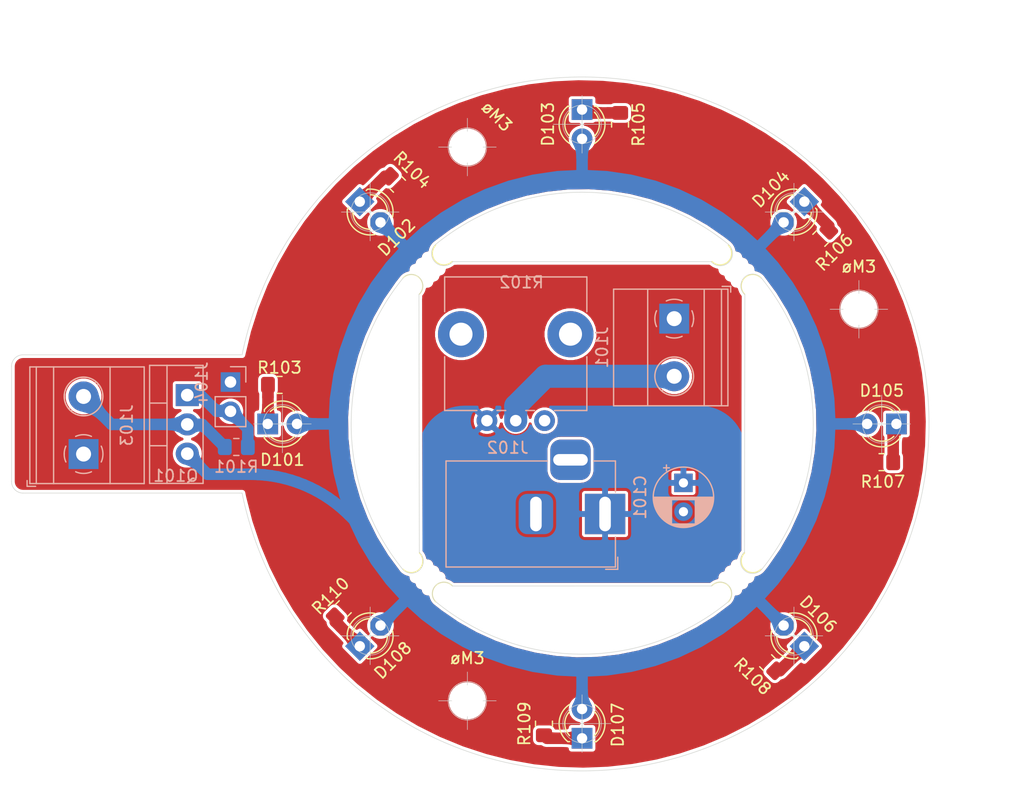
<source format=kicad_pcb>
(kicad_pcb (version 20171130) (host pcbnew 5.1.12)
  (layers (0 F.Cu signal) (31 B.Cu signal) (34 B.Paste user) (35 F.Paste user) (36 B.SilkS user) (37 F.SilkS user) (38 B.Mask user) (39 F.Mask user) (44 Edge.Cuts user))
  (net 0 "")
  (net 1 GND)
  (net 2 VDD)
  (net 3 "Net-(D101-Pad1)")
  (net 4 "Net-(D102-Pad1)")
  (net 5 "Net-(D103-Pad1)")
  (net 6 "Net-(D104-Pad1)")
  (net 7 "Net-(D105-Pad1)")
  (net 8 "Net-(D106-Pad1)")
  (net 9 "Net-(D107-Pad1)")
  (net 10 "Net-(D108-Pad1)")
  (net 11 /V_LED)
  (net 12 /ENABLE)
  (net 13 "Net-(R102-Pad3)")
  (net 14 /LED_BUS)
  (module Panelization:mouse-bite-2mm-slot (layer F.Cu) (at 252.1 136.3 225)
    (fp_text reference mouse-bite-2mm-slot hide)
    (fp_text value VAL** hide)
    (pad "" np_thru_hole circle (at 0 -0.75 225) (size 0.5 0.5) (drill 0.5) (layers *.Cu *.Mask))
    (pad "" np_thru_hole circle (at 0 0.75 225) (size 0.5 0.5) (drill 0.5) (layers *.Cu *.Mask))
    (pad "" np_thru_hole circle (at 0.75 -0.75 225) (size 0.5 0.5) (drill 0.5) (layers *.Cu *.Mask))
    (pad "" np_thru_hole circle (at -0.75 -0.75 225) (size 0.5 0.5) (drill 0.5) (layers *.Cu *.Mask))
    (pad "" np_thru_hole circle (at -0.75 0.75 225) (size 0.5 0.5) (drill 0.5) (layers *.Cu *.Mask))
    (pad "" np_thru_hole circle (at 0.75 0.75 225) (size 0.5 0.5) (drill 0.5) (layers *.Cu *.Mask))
  )
  (module Panelization:mouse-bite-2mm-slot (layer F.Cu) (at 225.3 109.6 225)
    (fp_text reference mouse-bite-2mm-slot hide)
    (fp_text value VAL** hide)
    (pad "" np_thru_hole circle (at 0.75 0.75 225) (size 0.5 0.5) (drill 0.5) (layers *.Cu *.Mask))
    (pad "" np_thru_hole circle (at -0.75 0.75 225) (size 0.5 0.5) (drill 0.5) (layers *.Cu *.Mask))
    (pad "" np_thru_hole circle (at -0.75 -0.75 225) (size 0.5 0.5) (drill 0.5) (layers *.Cu *.Mask))
    (pad "" np_thru_hole circle (at 0.75 -0.75 225) (size 0.5 0.5) (drill 0.5) (layers *.Cu *.Mask))
    (pad "" np_thru_hole circle (at 0 0.75 225) (size 0.5 0.5) (drill 0.5) (layers *.Cu *.Mask))
    (pad "" np_thru_hole circle (at 0 -0.75 225) (size 0.5 0.5) (drill 0.5) (layers *.Cu *.Mask))
  )
  (module Panelization:mouse-bite-2mm-slot (layer F.Cu) (at 225.3 136.3 315)
    (fp_text reference mouse-bite-2mm-slot hide)
    (fp_text value VAL** hide)
    (pad "" np_thru_hole circle (at 0 -0.75 315) (size 0.5 0.5) (drill 0.5) (layers *.Cu *.Mask))
    (pad "" np_thru_hole circle (at 0 0.75 315) (size 0.5 0.5) (drill 0.5) (layers *.Cu *.Mask))
    (pad "" np_thru_hole circle (at 0.75 -0.75 315) (size 0.5 0.5) (drill 0.5) (layers *.Cu *.Mask))
    (pad "" np_thru_hole circle (at -0.75 -0.75 315) (size 0.5 0.5) (drill 0.5) (layers *.Cu *.Mask))
    (pad "" np_thru_hole circle (at -0.75 0.75 315) (size 0.5 0.5) (drill 0.5) (layers *.Cu *.Mask))
    (pad "" np_thru_hole circle (at 0.75 0.75 315) (size 0.5 0.5) (drill 0.5) (layers *.Cu *.Mask))
  )
  (module Panelization:mouse-bite-2mm-slot (layer F.Cu) (at 252.1 109.6 135)
    (fp_text reference mouse-bite-2mm-slot hide)
    (fp_text value VAL** hide)
    (pad "" np_thru_hole circle (at 0.75 0.75 135) (size 0.5 0.5) (drill 0.5) (layers *.Cu *.Mask))
    (pad "" np_thru_hole circle (at -0.75 0.75 135) (size 0.5 0.5) (drill 0.5) (layers *.Cu *.Mask))
    (pad "" np_thru_hole circle (at -0.75 -0.75 135) (size 0.5 0.5) (drill 0.5) (layers *.Cu *.Mask))
    (pad "" np_thru_hole circle (at 0.75 -0.75 135) (size 0.5 0.5) (drill 0.5) (layers *.Cu *.Mask))
    (pad "" np_thru_hole circle (at 0 0.75 135) (size 0.5 0.5) (drill 0.5) (layers *.Cu *.Mask))
    (pad "" np_thru_hole circle (at 0 -0.75 135) (size 0.5 0.5) (drill 0.5) (layers *.Cu *.Mask))
  )
  (module Package_TO_SOT_THT:TO-220-3_Vertical (layer B.Cu) (at 204.45 120.485668 270)
    (fp_text reference Q101 (at 7 1 180) (layer B.SilkS) (effects (justify mirror)))
    (fp_text value Q_NMOS_GDS)
    (pad 3 thru_hole oval (at 5.08 0 270) (size 1.905 2) (drill 1.1) (layers *.Cu *.Mask) (net 14 /LED_BUS))
    (pad 2 thru_hole oval (at 2.54 0 270) (size 1.905 2) (drill 1.1) (layers *.Cu *.Mask) (net 11 /V_LED))
    (pad 1 thru_hole rect (at 0 0 270) (size 1.905 2) (drill 1.1) (layers *.Cu *.Mask) (net 12 /ENABLE))
  )
  (module Potentiometer_THT:Potentiometer_Alps_RK09L_Single_Vertical (layer B.Cu) (at 230.45 122.7 90)
    (fp_text reference R102 (at 12 3 180) (layer B.SilkS) (effects (justify mirror)))
    (fp_text value 10k)
    (pad 3 thru_hole circle (at 0 5 90) (size 1.8 1.8) (drill 1) (layers *.Cu *.Mask) (net 13 "Net-(R102-Pad3)"))
    (pad 2 thru_hole circle (at 0 2.5 90) (size 1.8 1.8) (drill 1) (layers *.Cu *.Mask) (net 11 /V_LED))
    (pad 1 thru_hole circle (at 0 0 90) (size 1.8 1.8) (drill 1) (layers *.Cu *.Mask) (net 2 VDD))
    (pad "" np_thru_hole circle (at 7.5 7.25 90) (size 4 4) (drill 2) (layers *.Cu *.Mask))
    (pad "" np_thru_hole circle (at 7.5 -2.25 90) (size 4 4) (drill 2) (layers *.Cu *.Mask))
  )
  (module Resistor_SMD:R_0805_2012Metric_Pad1.20x1.40mm_HandSolder (layer F.Cu) (at 217.992893 139.007107 225)
    (fp_text reference R110 (at 0 1.555635 45) (layer F.SilkS))
    (fp_text value 100)
    (pad 2 smd roundrect (at 1 0 225) (size 1.2 1.4) (layers F.Cu F.Paste F.Mask) (roundrect_rratio 0.208333) (net 10 "Net-(D108-Pad1)"))
    (pad 1 smd roundrect (at -1 0 225) (size 1.2 1.4) (layers F.Cu F.Paste F.Mask) (roundrect_rratio 0.208333) (net 1 GND))
  )
  (module Resistor_SMD:R_0805_2012Metric_Pad1.20x1.40mm_HandSolder (layer F.Cu) (at 235.4 149 270)
    (fp_text reference R109 (at 0 1.7 90) (layer F.SilkS))
    (fp_text value 100)
    (pad 2 smd roundrect (at 1 0 270) (size 1.2 1.4) (layers F.Cu F.Paste F.Mask) (roundrect_rratio 0.208333) (net 9 "Net-(D107-Pad1)"))
    (pad 1 smd roundrect (at -1 0 270) (size 1.2 1.4) (layers F.Cu F.Paste F.Mask) (roundrect_rratio 0.208333) (net 1 GND))
  )
  (module Resistor_SMD:R_0805_2012Metric_Pad1.20x1.40mm_HandSolder (layer F.Cu) (at 254.792893 143.692893 315)
    (fp_text reference R108 (at -0.070711 1.767767 135) (layer F.SilkS))
    (fp_text value 100)
    (pad 2 smd roundrect (at 1 0 315) (size 1.2 1.4) (layers F.Cu F.Paste F.Mask) (roundrect_rratio 0.208333) (net 8 "Net-(D106-Pad1)"))
    (pad 1 smd roundrect (at -1 0 315) (size 1.2 1.4) (layers F.Cu F.Paste F.Mask) (roundrect_rratio 0.208333) (net 1 GND))
  )
  (module Resistor_SMD:R_0805_2012Metric_Pad1.20x1.40mm_HandSolder (layer F.Cu) (at 264.7 126.3)
    (fp_text reference R107 (at 0.1 1.7) (layer F.SilkS))
    (fp_text value 100)
    (pad 2 smd roundrect (at 1 0) (size 1.2 1.4) (layers F.Cu F.Paste F.Mask) (roundrect_rratio 0.208333) (net 7 "Net-(D105-Pad1)"))
    (pad 1 smd roundrect (at -1 0) (size 1.2 1.4) (layers F.Cu F.Paste F.Mask) (roundrect_rratio 0.208333) (net 1 GND))
  )
  (module Resistor_SMD:R_0805_2012Metric_Pad1.20x1.40mm_HandSolder (layer F.Cu) (at 259.407107 106.892893 45)
    (fp_text reference R106 (at -0.010051 1.697056 45) (layer F.SilkS))
    (fp_text value 100)
    (pad 2 smd roundrect (at 1 0 45) (size 1.2 1.4) (layers F.Cu F.Paste F.Mask) (roundrect_rratio 0.208333) (net 6 "Net-(D104-Pad1)"))
    (pad 1 smd roundrect (at -1 0 45) (size 1.2 1.4) (layers F.Cu F.Paste F.Mask) (roundrect_rratio 0.208333) (net 1 GND))
  )
  (module Resistor_SMD:R_0805_2012Metric_Pad1.20x1.40mm_HandSolder (layer F.Cu) (at 242 97 90)
    (fp_text reference R105 (at 0 1.6 90) (layer F.SilkS))
    (fp_text value 100)
    (pad 2 smd roundrect (at 1 0 90) (size 1.2 1.4) (layers F.Cu F.Paste F.Mask) (roundrect_rratio 0.208333) (net 5 "Net-(D103-Pad1)"))
    (pad 1 smd roundrect (at -1 0 90) (size 1.2 1.4) (layers F.Cu F.Paste F.Mask) (roundrect_rratio 0.208333) (net 1 GND))
  )
  (module Resistor_SMD:R_0805_2012Metric_Pad1.20x1.40mm_HandSolder (layer F.Cu) (at 222.7 102.2 135)
    (fp_text reference R104 (at 0 1.767767 135) (layer F.SilkS))
    (fp_text value 100)
    (pad 2 smd roundrect (at 1 0 135) (size 1.2 1.4) (layers F.Cu F.Paste F.Mask) (roundrect_rratio 0.208333) (net 4 "Net-(D102-Pad1)"))
    (pad 1 smd roundrect (at -1 0 135) (size 1.2 1.4) (layers F.Cu F.Paste F.Mask) (roundrect_rratio 0.208333) (net 1 GND))
  )
  (module Resistor_SMD:R_0805_2012Metric_Pad1.20x1.40mm_HandSolder (layer F.Cu) (at 212.45 119.6 180)
    (fp_text reference R103 (at 0 1.5) (layer F.SilkS))
    (fp_text value 100)
    (pad 2 smd roundrect (at 1 0 180) (size 1.2 1.4) (layers F.Cu F.Paste F.Mask) (roundrect_rratio 0.208333) (net 3 "Net-(D101-Pad1)"))
    (pad 1 smd roundrect (at -1 0 180) (size 1.2 1.4) (layers F.Cu F.Paste F.Mask) (roundrect_rratio 0.208333) (net 1 GND))
  )
  (module Resistor_SMD:R_0805_2012Metric_Pad1.20x1.40mm_HandSolder (layer B.Cu) (at 208.703941 124.985668)
    (fp_text reference R101 (at -0.003941 1.714332 180) (layer B.SilkS) (effects (justify mirror)))
    (fp_text value 10k)
    (pad 2 smd roundrect (at 1 0) (size 1.2 1.4) (layers B.Cu B.Paste B.Mask) (roundrect_rratio 0.208333) (net 12 /ENABLE))
    (pad 1 smd roundrect (at -1 0) (size 1.2 1.4) (layers B.Cu B.Paste B.Mask) (roundrect_rratio 0.208333) (net 11 /V_LED))
  )
  (module Connector_PinHeader_2.54mm:PinHeader_1x02_P2.54mm_Vertical (layer B.Cu) (at 208.2 119.35 180)
    (fp_text reference J104 (at 2.5 -0.04 90) (layer B.SilkS) (effects (justify mirror)))
    (fp_text value ENABLE)
    (pad 2 thru_hole oval (at 0 -2.54 180) (size 1.7 1.7) (drill 1) (layers *.Cu *.Mask) (net 12 /ENABLE))
    (pad 1 thru_hole rect (at 0 0 180) (size 1.7 1.7) (drill 1) (layers *.Cu *.Mask) (net 1 GND))
  )
  (module TerminalBlock_Phoenix:TerminalBlock_Phoenix_MKDS-1,5-2_1x02_P5.00mm_Horizontal (layer B.Cu) (at 195.45 125.6 90)
    (fp_text reference J103 (at 2.5 3.75 270) (layer B.SilkS) (effects (justify mirror)))
    (fp_text value RING_V_LED)
    (pad 2 thru_hole circle (at 5 0 90) (size 2.6 2.6) (drill 1.3) (layers *.Cu *.Mask) (net 11 /V_LED))
    (pad 1 thru_hole rect (at 0 0 90) (size 2.6 2.6) (drill 1.3) (layers *.Cu *.Mask) (net 1 GND))
  )
  (module TerminalBlock_Phoenix:TerminalBlock_Phoenix_MKDS-1,5-2_1x02_P5.00mm_Horizontal (layer B.Cu) (at 246.7 113.85 270)
    (fp_text reference J101 (at 2.5 6.26 270) (layer B.SilkS) (effects (justify mirror)))
    (fp_text value CTRL_V_LED)
    (pad 1 thru_hole rect (at 0 0 270) (size 2.6 2.6) (drill 1.3) (layers *.Cu *.Mask) (net 1 GND))
    (pad 2 thru_hole circle (at 5 0 270) (size 2.6 2.6) (drill 1.3) (layers *.Cu *.Mask) (net 11 /V_LED))
  )
  (module MountingHole:MountingHole_2.7mm_M2.5 (layer F.Cu) (at 228.754172 147.006536)
    (fp_text reference øM3 (at 0 -3.7) (layer F.SilkS))
    (fp_text value MountingHole)
    (pad 1 np_thru_hole circle (at 0 0) (size 2.7 2.7) (drill 2.7) (layers *.Cu *.Mask))
  )
  (module MountingHole:MountingHole_2.7mm_M2.5 (layer F.Cu) (at 262.724809 113.035899)
    (fp_text reference øM3 (at 0 -3.7) (layer F.SilkS))
    (fp_text value MountingHole)
    (pad 1 np_thru_hole circle (at 0 0) (size 2.7 2.7) (drill 2.7) (layers *.Cu *.Mask))
  )
  (module MountingHole:MountingHole_2.7mm_M2.5 (layer F.Cu) (at 228.754172 98.9648)
    (fp_text reference øM3 (at 2.545828 -2.6648 -45) (layer F.SilkS))
    (fp_text value MountingHole)
    (pad 1 np_thru_hole circle (at 0 0) (size 2.7 2.7) (drill 2.7) (layers *.Cu *.Mask))
  )
  (module LED_THT:LED_D3.0mm_Clear (layer F.Cu) (at 219.417604 142.272005 45)
    (fp_text reference D108 (at 1.169838 2.906485 225) (layer F.SilkS))
    (fp_text value LED)
    (pad 2 thru_hole circle (at 2.54 0 45) (size 1.8 1.8) (drill 0.9) (layers *.Cu *.Mask) (net 14 /LED_BUS))
    (pad 1 thru_hole rect (at 0 0 45) (size 1.8 1.8) (drill 0.9) (layers *.Cu *.Mask) (net 10 "Net-(D108-Pad1)"))
  )
  (module LED_THT:LED_D3.0mm_Clear (layer F.Cu) (at 238.703941 150.260668 90)
    (fp_text reference D107 (at 1.160668 3.096059 90) (layer F.SilkS))
    (fp_text value LED)
    (pad 2 thru_hole circle (at 2.54 0 90) (size 1.8 1.8) (drill 0.9) (layers *.Cu *.Mask) (net 14 /LED_BUS))
    (pad 1 thru_hole rect (at 0 0 90) (size 1.8 1.8) (drill 0.9) (layers *.Cu *.Mask) (net 9 "Net-(D107-Pad1)"))
  )
  (module LED_THT:LED_D3.0mm_Clear (layer F.Cu) (at 257.990278 142.272005 135)
    (fp_text reference D106 (at 1.104701 2.815506 135) (layer F.SilkS))
    (fp_text value LED)
    (pad 2 thru_hole circle (at 2.54 0 135) (size 1.8 1.8) (drill 0.9) (layers *.Cu *.Mask) (net 14 /LED_BUS))
    (pad 1 thru_hole rect (at 0 0 135) (size 1.8 1.8) (drill 0.9) (layers *.Cu *.Mask) (net 8 "Net-(D106-Pad1)"))
  )
  (module LED_THT:LED_D3.0mm_Clear (layer F.Cu) (at 265.978941 122.985668 180)
    (fp_text reference D105 (at 1.27 2.885668) (layer F.SilkS))
    (fp_text value LED)
    (pad 2 thru_hole circle (at 2.54 0 180) (size 1.8 1.8) (drill 0.9) (layers *.Cu *.Mask) (net 14 /LED_BUS))
    (pad 1 thru_hole rect (at 0 0 180) (size 1.8 1.8) (drill 0.9) (layers *.Cu *.Mask) (net 7 "Net-(D105-Pad1)"))
  )
  (module LED_THT:LED_D3.0mm_Clear (layer F.Cu) (at 257.990278 103.699331 225)
    (fp_text reference D104 (at 1.266391 2.82108 45) (layer F.SilkS))
    (fp_text value LED)
    (pad 2 thru_hole circle (at 2.54 0 225) (size 1.8 1.8) (drill 0.9) (layers *.Cu *.Mask) (net 14 /LED_BUS))
    (pad 1 thru_hole rect (at 0 0 225) (size 1.8 1.8) (drill 0.9) (layers *.Cu *.Mask) (net 6 "Net-(D104-Pad1)"))
  )
  (module LED_THT:LED_D3.0mm_Clear (layer F.Cu) (at 238.703941 95.710668 270)
    (fp_text reference D103 (at 1.27 2.96 90) (layer F.SilkS))
    (fp_text value LED)
    (pad 2 thru_hole circle (at 2.54 0 270) (size 1.8 1.8) (drill 0.9) (layers *.Cu *.Mask) (net 14 /LED_BUS))
    (pad 1 thru_hole rect (at 0 0 270) (size 1.8 1.8) (drill 0.9) (layers *.Cu *.Mask) (net 5 "Net-(D103-Pad1)"))
  )
  (module LED_THT:LED_D3.0mm_Clear (layer F.Cu) (at 219.417604 103.699331 315)
    (fp_text reference D102 (at 4.454773 -0.070711 45) (layer F.SilkS))
    (fp_text value LED)
    (pad 2 thru_hole circle (at 2.54 0 315) (size 1.8 1.8) (drill 0.9) (layers *.Cu *.Mask) (net 14 /LED_BUS))
    (pad 1 thru_hole rect (at 0 0 315) (size 1.8 1.8) (drill 0.9) (layers *.Cu *.Mask) (net 4 "Net-(D102-Pad1)"))
  )
  (module LED_THT:LED_D3.0mm_Clear (layer F.Cu) (at 211.428941 122.985668)
    (fp_text reference D101 (at 1.271059 3.114332) (layer F.SilkS))
    (fp_text value LED)
    (pad 2 thru_hole circle (at 2.54 0) (size 1.8 1.8) (drill 0.9) (layers *.Cu *.Mask) (net 14 /LED_BUS))
    (pad 1 thru_hole rect (at 0 0) (size 1.8 1.8) (drill 0.9) (layers *.Cu *.Mask) (net 3 "Net-(D101-Pad1)"))
  )
  (module Capacitor_THT:CP_Radial_D5.0mm_P2.50mm (layer B.Cu) (at 247.5 128.1 270)
    (fp_text reference C101 (at 1.25 3.75 270) (layer B.SilkS) (effects (justify mirror)))
    (fp_text value 100u)
    (pad 1 thru_hole rect (at 0 0 270) (size 1.6 1.6) (drill 0.8) (layers *.Cu *.Mask) (net 2 VDD))
    (pad 2 thru_hole circle (at 2.5 0 270) (size 1.6 1.6) (drill 0.8) (layers *.Cu *.Mask) (net 1 GND))
  )
  (module Connector_BarrelJack:BarrelJack_Horizontal (layer B.Cu) (at 240.7 130.8)
    (fp_text reference J102 (at -8.45 -5.75) (layer B.SilkS) (effects (justify mirror)))
    (fp_text value Barrel_Jack)
    (pad 3 thru_hole roundrect (at -3 -4.7) (size 3.5 3.5) (drill oval 3 1) (layers *.Cu *.Mask))
    (pad 2 thru_hole roundrect (at -6 0) (size 3 3.5) (drill oval 1 3) (layers *.Cu *.Mask) (net 1 GND))
    (pad 1 thru_hole rect (at 0 0) (size 3.5 3.5) (drill oval 1 3) (layers *.Cu *.Mask) (net 2 VDD))
  )
  (gr_line (start 227.44501 137.048117) (end 249.951234 137.04483) (layer Edge.Cuts) (width 0.05))
  (gr_line (start 224.551883 111.74501) (end 224.581433 134.12122) (layer Edge.Cuts) (width 0.05))
  (gr_line (start 227.5 108.9) (end 227.496252 108.896721) (layer Edge.Cuts) (width 0.05))
  (gr_line (start 249.900001 108.899999) (end 227.5 108.9) (layer Edge.Cuts) (width 0.05))
  (gr_line (start 252.829413 111.766385) (end 252.800001 134.100001) (layer Edge.Cuts) (width 0.05))
  (gr_arc (start 250.7 137.7) (end 251.403185 138.403867) (angle -183.8418461) (layer Edge.Cuts) (width 0.05))
  (gr_arc (start 226.7 137.7) (end 227.44501 137.048117) (angle -183.8141021) (layer Edge.Cuts) (width 0.05))
  (gr_arc (start 223.9 134.9) (end 223.16502 135.62846) (angle -184.0693402) (layer Edge.Cuts) (width 0.05))
  (gr_arc (start 223.9 111) (end 224.551883 111.74501) (angle -183.8141021) (layer Edge.Cuts) (width 0.05))
  (gr_arc (start 226.7 108.2) (end 226.003148 107.403863) (angle -187.6186845) (layer Edge.Cuts) (width 0.05))
  (gr_arc (start 238.703941 122.985668) (end 251.399998 107.400002) (angle -78.34981791) (layer Edge.Cuts) (width 0.05))
  (gr_arc (start 238.703941 122.985668) (end 223.200001 110.300001) (angle -78.42331717) (layer Edge.Cuts) (width 0.05))
  (gr_arc (start 238.703941 122.985668) (end 226.000001 138.399999) (angle -78.97080148) (layer Edge.Cuts) (width 0.05))
  (gr_arc (start 253.5 111) (end 254.265326 110.328204) (angle -187.5377114) (layer Edge.Cuts) (width 0.05))
  (gr_arc (start 238.703941 122.985668) (end 254.350409 135.537807) (angle -77.86233283) (layer Edge.Cuts) (width 0.05))
  (gr_arc (start 253.5 134.9) (end 252.800001 134.100001) (angle -191.9441772) (layer Edge.Cuts) (width 0.05))
  (gr_arc (start 250.7 108.2) (end 249.900001 108.899999) (angle -187.6281497) (layer Edge.Cuts) (width 0.05))
  (gr_line (start 189.2 117.985668) (end 189.2 127.985668) (layer Edge.Cuts) (width 0.05))
  (target plus (at 238.703941 96.985668) (size 5) (width 0.05) (layer Edge.Cuts))
  (target plus (at 228.754172 98.9648) (size 5) (width 0.05) (layer Edge.Cuts))
  (target plus (at 220.319165 104.600892) (size 5) (width 0.05) (layer Edge.Cuts))
  (target plus (at 212.703941 122.985668) (size 5) (width 0.05) (layer Edge.Cuts))
  (target plus (at 220.319165 141.370444) (size 5) (width 0.05) (layer Edge.Cuts))
  (target plus (at 228.754172 147.006536) (size 5) (width 0.05) (layer Edge.Cuts))
  (target plus (at 238.703941 148.985668) (size 5) (width 0.05) (layer Edge.Cuts))
  (target plus (at 257.088717 141.370444) (size 5) (width 0.05) (layer Edge.Cuts))
  (target plus (at 264.703941 122.985668) (size 5) (width 0.05) (layer Edge.Cuts))
  (target plus (at 262.724809 113.035899) (size 5) (width 0.05) (layer Edge.Cuts))
  (target plus (at 257.088717 104.600892) (size 5) (width 0.05) (layer Edge.Cuts))
  (gr_line (start 209.203942 116.985667) (end 190.2 116.985668) (layer Edge.Cuts) (width 0.05))
  (gr_arc (start 190.2 127.985668) (end 189.2 127.985668) (angle -90) (layer Edge.Cuts) (width 0.05))
  (gr_line (start 209.203942 128.985667) (end 190.2 128.985668) (layer Edge.Cuts) (width 0.05))
  (gr_arc (start 190.2 117.985668) (end 190.2 116.985668) (angle -90) (layer Edge.Cuts) (width 0.05))
  (gr_arc (start 238.703941 122.985668) (end 209.203942 128.985667) (angle -337.006874) (layer Edge.Cuts) (width 0.05))
  (segment (start 204.45 125.565668) (end 204.45 125.6) (width 1) (layer B.Cu) (net 14))
  (segment (start 204.45 125.6) (end 206.2 127.35) (width 1) (layer B.Cu) (net 14))
  (segment (start 211.45 122.964609) (end 211.428941 122.985668) (width 1) (layer F.Cu) (net 3))
  (segment (start 211.45 119.6) (end 211.45 122.964609) (width 1) (layer F.Cu) (net 3))
  (segment (start 221.624042 101.492893) (end 219.417604 103.699331) (width 1) (layer F.Cu) (net 4))
  (segment (start 221.992893 101.492893) (end 221.624042 101.492893) (width 1) (layer F.Cu) (net 4))
  (segment (start 238.993273 96) (end 238.703941 95.710668) (width 1) (layer F.Cu) (net 5))
  (segment (start 242 96) (end 238.993273 96) (width 1) (layer F.Cu) (net 5))
  (segment (start 260.114214 105.823267) (end 257.990278 103.699331) (width 1) (layer F.Cu) (net 6))
  (segment (start 260.114214 106.185786) (end 260.114214 105.823267) (width 1) (layer F.Cu) (net 6))
  (segment (start 265.7 123.264609) (end 265.978941 122.985668) (width 1) (layer F.Cu) (net 7))
  (segment (start 265.7 126.3) (end 265.7 123.264609) (width 1) (layer F.Cu) (net 7))
  (segment (start 255.862283 144.4) (end 257.990278 142.272005) (width 1) (layer F.Cu) (net 8))
  (segment (start 255.5 144.4) (end 255.862283 144.4) (width 1) (layer F.Cu) (net 8))
  (segment (start 235.660668 150.260668) (end 235.4 150) (width 1) (layer F.Cu) (net 9))
  (segment (start 238.703941 150.260668) (end 235.660668 150.260668) (width 1) (layer F.Cu) (net 9))
  (segment (start 217.285786 140.140187) (end 219.417604 142.272005) (width 1) (layer F.Cu) (net 10))
  (segment (start 217.285786 139.714214) (end 217.285786 140.140187) (width 1) (layer F.Cu) (net 10))
  (segment (start 197.875668 123.025668) (end 204.45 123.025668) (width 1) (layer B.Cu) (net 11))
  (segment (start 195.45 120.6) (end 197.875668 123.025668) (width 1) (layer B.Cu) (net 11))
  (segment (start 205.743941 123.025668) (end 207.703941 124.985668) (width 1) (layer B.Cu) (net 11))
  (segment (start 204.45 123.025668) (end 205.743941 123.025668) (width 1) (layer B.Cu) (net 11))
  (segment (start 235.527208 118.85) (end 246.7 118.85) (width 2) (layer B.Cu) (net 11))
  (segment (start 232.95 121.427208) (end 235.527208 118.85) (width 2) (layer B.Cu) (net 11))
  (segment (start 232.95 122.7) (end 232.95 121.427208) (width 2) (layer B.Cu) (net 11))
  (segment (start 209.703941 123.393941) (end 208.2 121.89) (width 1) (layer B.Cu) (net 12))
  (segment (start 209.703941 124.985668) (end 209.703941 123.393941) (width 1) (layer B.Cu) (net 12))
  (segment (start 208.2 121.89) (end 208.2 121.85) (width 1) (layer B.Cu) (net 12))
  (segment (start 205.593587 120.485668) (end 204.45 120.485668) (width 1) (layer B.Cu) (net 12))
  (segment (start 206.997919 121.89) (end 205.593587 120.485668) (width 1) (layer B.Cu) (net 12))
  (segment (start 208.2 121.89) (end 206.997919 121.89) (width 1) (layer B.Cu) (net 12))
  (segment (start 213.968941 122.985668) (end 217.785668 122.985668) (width 1) (layer B.Cu) (net 14))
  (segment (start 221.213655 105.495382) (end 223.9 108.181727) (width 1) (layer B.Cu) (net 14))
  (segment (start 238.703941 98.250668) (end 238.703941 101.996059) (width 1) (layer B.Cu) (net 14))
  (segment (start 256.194227 105.495382) (end 253.4 108.289609) (width 1) (layer B.Cu) (net 14))
  (segment (start 263.438941 122.985668) (end 259.545661 122.985668) (width 1) (layer B.Cu) (net 14))
  (segment (start 256.194227 140.475954) (end 253.518273 137.8) (width 1) (layer B.Cu) (net 14))
  (segment (start 238.703941 147.720668) (end 238.703941 143.903941) (width 1) (layer B.Cu) (net 14))
  (segment (start 221.213655 140.475954) (end 223.789609 137.9) (width 1) (layer B.Cu) (net 14))
  (segment (start 209.95 127.35) (end 206.2 127.35) (width 1) (layer B.Cu) (net 14))
  (segment (start 209.95 127.35) (end 210.542299 127.36454) (width 1) (layer B.Cu) (net 14))
  (segment (start 210.542299 127.36454) (end 211.133171 127.408125) (width 1) (layer B.Cu) (net 14))
  (segment (start 211.133171 127.408125) (end 211.721193 127.480651) (width 1) (layer B.Cu) (net 14))
  (segment (start 211.721193 127.480651) (end 212.304948 127.581942) (width 1) (layer B.Cu) (net 14))
  (segment (start 212.304948 127.581942) (end 212.883029 127.711754) (width 1) (layer B.Cu) (net 14))
  (segment (start 212.883029 127.711754) (end 213.454045 127.869776) (width 1) (layer B.Cu) (net 14))
  (segment (start 213.454045 127.869776) (end 214.016619 128.055625) (width 1) (layer B.Cu) (net 14))
  (segment (start 214.016619 128.055625) (end 214.569396 128.268855) (width 1) (layer B.Cu) (net 14))
  (segment (start 214.569396 128.268855) (end 215.111045 128.508951) (width 1) (layer B.Cu) (net 14))
  (segment (start 215.111045 128.508951) (end 215.640261 128.775336) (width 1) (layer B.Cu) (net 14))
  (segment (start 215.640261 128.775336) (end 216.155768 129.067367) (width 1) (layer B.Cu) (net 14))
  (segment (start 216.155768 129.067367) (end 216.656324 129.384341) (width 1) (layer B.Cu) (net 14))
  (segment (start 216.656324 129.384341) (end 217.140725 129.725494) (width 1) (layer B.Cu) (net 14))
  (segment (start 217.140725 129.725494) (end 217.607803 130.090005) (width 1) (layer B.Cu) (net 14))
  (segment (start 217.607803 130.090005) (end 218.056432 130.476996) (width 1) (layer B.Cu) (net 14))
  (segment (start 218.056432 130.476996) (end 218.485533 130.885533) (width 1) (layer B.Cu) (net 14))
  (segment (start 218.485533 130.885533) (end 220.2 132.6) (width 1) (layer B.Cu) (net 14))
  (zone (net 14) (net_name /LED_BUS) (layer B.Cu) (connect_pads yes (clearance 0.254)) (min_thickness 0.254) (fill yes (arc_segments 32) (thermal_gap 0.508) (thermal_bridge_width 0.508))
    (polygon (pts (xy 260.703941 122.929321) (xy 260.598004 120.772945) (xy 260.281217 118.637335) (xy 259.756628 116.54306) (xy 259.02929 114.510287) (xy 258.106208 112.558594) (xy 256.996272 110.706778) (xy 255.71017 108.97267) (xy 254.26029 107.372974) (xy 252.660592 105.923092) (xy 250.926486 104.636992) (xy 249.074669 103.527055) (xy 247.122976 102.603973) (xy 245.090203 101.876634) (xy 242.995928 101.352046) (xy 240.860317 101.035258) (xy 238.703942 100.929322) (xy 236.547564 101.03526) (xy 234.411955 101.352046) (xy 232.317679 101.876635) (xy 230.284906 102.603973) (xy 228.333213 103.527054) (xy 226.481396 104.636992) (xy 224.747289 105.923094) (xy 223.147592 107.372972) (xy 221.697712 108.972671) (xy 220.41161 110.706776) (xy 219.301674 112.558593) (xy 218.378592 114.510287) (xy 217.651254 116.54306) (xy 217.126666 118.637335) (xy 216.809878 120.772946) (xy 216.703941 122.929323) (xy 216.809878 125.085699) (xy 217.126665 127.22131) (xy 217.651253 129.315583) (xy 218.378592 131.348357) (xy 219.301674 133.30005) (xy 220.41161 135.151867) (xy 221.697712 136.885973) (xy 223.147592 138.485671) (xy 224.747289 139.935551) (xy 226.481396 141.221653) (xy 228.333213 142.331589) (xy 230.284905 143.25467) (xy 232.317679 143.982009) (xy 234.411954 144.506599) (xy 236.547564 144.823385) (xy 238.703941 144.929323) (xy 240.860318 144.823384) (xy 242.995928 144.506597) (xy 245.090203 143.98201) (xy 247.122976 143.254672) (xy 249.074669 142.331588) (xy 250.926487 141.221653) (xy 252.660593 139.935551) (xy 254.260291 138.485671) (xy 255.71017 136.885974) (xy 256.996272 135.151868) (xy 258.106208 133.300049) (xy 259.02929 131.348358) (xy 259.756628 129.315585) (xy 260.281217 127.221308) (xy 260.598004 125.085699)))
  )
  (zone (net 1) (net_name GND) (layer F.Cu) (connect_pads yes (clearance 0.254)) (min_thickness 0.254) (fill yes (arc_segments 32) (thermal_gap 0.508) (thermal_bridge_width 0.508))
    (polygon (pts (xy 241.840489 91.139758) (xy 244.946831 91.60054) (xy 247.993051 92.363578) (xy 250.949811 93.421525) (xy 253.788636 94.76419) (xy 256.482189 96.378643) (xy 259.004526 98.249335) (xy 261.331357 100.358252) (xy 263.440276 102.685085) (xy 265.310968 105.207422) (xy 266.925421 107.900974) (xy 268.268086 110.7398) (xy 269.326032 113.696559) (xy 270.089069 116.742778) (xy 270.549852 119.849122) (xy 270.703941 122.985668) (xy 270.549852 126.122217) (xy 270.089069 129.228559) (xy 269.326032 132.274778) (xy 268.268086 135.231538) (xy 266.925421 138.070363) (xy 265.310968 140.763916) (xy 263.440275 143.286255) (xy 261.331357 145.613086) (xy 259.004526 147.722002) (xy 256.482189 149.592697) (xy 253.788636 151.207149) (xy 250.949811 152.549814) (xy 247.993051 153.607758) (xy 244.946831 154.370798) (xy 241.840489 154.831579) (xy 238.703941 154.985668) (xy 235.567393 154.831581) (xy 232.461051 154.370797) (xy 229.414833 153.607758) (xy 226.458073 152.549814) (xy 223.619246 151.207149) (xy 220.925695 149.592697) (xy 218.403356 147.722004) (xy 216.076525 145.613085) (xy 213.967607 143.286255) (xy 212.096914 140.763915) (xy 210.482461 138.070365) (xy 209.139796 135.231537) (xy 208.081852 132.274778) (xy 207.318813 129.228559) (xy 207.282783 128.985668) (xy 188.2 129.1) (xy 188.2 116.1) (xy 207.50846 115.985668) (xy 208.081852 113.696559) (xy 209.139796 110.7398) (xy 210.482461 107.900974) (xy 212.096914 105.207422) (xy 213.967608 102.685085) (xy 216.076525 100.358254) (xy 218.403356 98.249336) (xy 220.925695 96.378643) (xy 223.619246 94.764188) (xy 226.458072 93.421524) (xy 229.414833 92.363578) (xy 232.461051 91.600542) (xy 235.567393 91.139758) (xy 238.703941 90.985668)))
  )
  (zone (net 14) (net_name /LED_BUS) (layer B.Cu) (priority 16962) (connect_pads yes (clearance 0.2)) (min_thickness 0.0254) (fill yes (arc_segments 32) (thermal_gap 0.508) (thermal_bridge_width 0.508) (smoothing fillet) (radius 1))
    (polygon (pts (xy 206.134681 126.577574) (xy 205.987589 126.426284) (xy 205.8655 126.291134) (xy 205.764816 126.167833) (xy 205.681943 126.05209) (xy 205.613286 125.939615) (xy 205.555249 125.826115) (xy 205.504238 125.707302) (xy 205.456657 125.578882) (xy 205.408911 125.436567) (xy 205.357406 125.276064) (xy 204.121914 125.220454) (xy 204.114633 126.457174) (xy 204.275918 126.517945) (xy 204.418692 126.57339) (xy 204.547396 126.627336) (xy 204.666474 126.683615) (xy 204.780368 126.746053) (xy 204.893521 126.818482) (xy 205.010375 126.90473) (xy 205.135374 127.008626) (xy 205.272959 127.134) (xy 205.427574 127.284681)))
  )
  (zone (net 3) (net_name "Net-(D101-Pad1)") (layer F.Cu) (priority 16962) (connect_pads yes (clearance 0.2)) (min_thickness 0.0254) (fill yes (arc_segments 32) (thermal_gap 0.508) (thermal_bridge_width 0.508) (smoothing fillet) (radius 1))
    (polygon (pts (xy 211.95 120.79) (xy 211.948932 120.655606) (xy 211.946382 120.531067) (xy 211.943327 120.416149) (xy 211.940747 120.310621) (xy 211.939618 120.214247) (xy 211.94092 120.126794) (xy 211.945631 120.04803) (xy 211.954729 119.97772) (xy 211.969192 119.915632) (xy 211.99 119.861533) (xy 211.45 119.3) (xy 210.91 119.861533) (xy 210.930807 119.915632) (xy 210.94527 119.97772) (xy 210.954368 120.04803) (xy 210.959079 120.126794) (xy 210.960381 120.214247) (xy 210.959252 120.310621) (xy 210.956672 120.416149) (xy 210.953617 120.531067) (xy 210.951067 120.655606) (xy 210.95 120.79)))
  )
  (zone (net 3) (net_name "Net-(D101-Pad1)") (layer F.Cu) (priority 16962) (connect_pads yes (clearance 0.2)) (min_thickness 0.0254) (fill yes (arc_segments 32) (thermal_gap 0.508) (thermal_bridge_width 0.508) (smoothing fillet) (radius 1))
    (polygon (pts (xy 210.95 121.184609) (xy 210.947811 121.38359) (xy 210.940789 121.555873) (xy 210.928248 121.70647) (xy 210.909501 121.840395) (xy 210.883865 121.96266) (xy 210.850652 122.078279) (xy 210.809178 122.192264) (xy 210.758756 122.309629) (xy 210.698701 122.435386) (xy 210.628329 122.574549) (xy 211.418427 123.435545) (xy 212.247885 122.6124) (xy 212.182583 122.467141) (xy 212.126893 122.336435) (xy 212.080169 122.21503) (xy 212.041766 122.097677) (xy 212.01104 121.979124) (xy 211.987346 121.854122) (xy 211.97004 121.717419) (xy 211.958477 121.563766) (xy 211.952011 121.387913) (xy 211.95 121.184609)))
  )
  (zone (net 4) (net_name "Net-(D102-Pad1)") (layer F.Cu) (priority 16962) (connect_pads yes (clearance 0.2)) (min_thickness 0.0254) (fill yes (arc_segments 32) (thermal_gap 0.508) (thermal_bridge_width 0.508) (smoothing fillet) (radius 1))
    (polygon (pts (xy 221.355343 102.468699) (xy 221.42635 102.398889) (xy 221.494288 102.334853) (xy 221.559129 102.277078) (xy 221.620847 102.226052) (xy 221.679414 102.182262) (xy 221.734804 102.146197) (xy 221.786989 102.118343) (xy 221.835944 102.099189) (xy 221.88164 102.089222) (xy 221.924052 102.08893) (xy 222.276113 101.393969) (xy 221.567923 101.069337) (xy 221.513668 101.117355) (xy 221.448938 101.164877) (xy 221.374518 101.213855) (xy 221.291194 101.266244) (xy 221.199751 101.323996) (xy 221.100974 101.389065) (xy 220.995649 101.463406) (xy 220.88456 101.548972) (xy 220.768494 101.647716) (xy 220.648236 101.761592)))
  )
  (zone (net 4) (net_name "Net-(D102-Pad1)") (layer F.Cu) (priority 16962) (connect_pads yes (clearance 0.2)) (min_thickness 0.0254) (fill yes (arc_segments 32) (thermal_gap 0.508) (thermal_bridge_width 0.508) (smoothing fillet) (radius 1))
    (polygon (pts (xy 220.329771 102.080057) (xy 220.18711 102.219675) (xy 220.060127 102.336936) (xy 219.944769 102.434997) (xy 219.836982 102.517018) (xy 219.732712 102.586157) (xy 219.627905 102.645572) (xy 219.518509 102.698423) (xy 219.40047 102.747868) (xy 219.269733 102.797066) (xy 219.122247 102.849176) (xy 219.099406 104.017529) (xy 220.267759 103.994688) (xy 220.319868 103.847201) (xy 220.369066 103.716464) (xy 220.418511 103.598425) (xy 220.471362 103.489029) (xy 220.530777 103.384222) (xy 220.599916 103.279952) (xy 220.681937 103.172165) (xy 220.779998 103.056807) (xy 220.897259 102.929824) (xy 221.036878 102.787164)))
  )
  (zone (net 5) (net_name "Net-(D103-Pad1)") (layer F.Cu) (priority 16962) (connect_pads yes (clearance 0.2)) (min_thickness 0.0254) (fill yes (arc_segments 32) (thermal_gap 0.508) (thermal_bridge_width 0.508) (smoothing fillet) (radius 1))
    (polygon (pts (xy 240.81 96.5) (xy 240.944393 96.498932) (xy 241.068932 96.496382) (xy 241.18385 96.493327) (xy 241.289378 96.490747) (xy 241.385752 96.489618) (xy 241.473205 96.49092) (xy 241.551969 96.495631) (xy 241.622279 96.504729) (xy 241.684367 96.519192) (xy 241.738467 96.54) (xy 242.3 96) (xy 241.738467 95.46) (xy 241.684367 95.480807) (xy 241.622279 95.49527) (xy 241.551969 95.504368) (xy 241.473205 95.509079) (xy 241.385752 95.510381) (xy 241.289378 95.509252) (xy 241.18385 95.506672) (xy 241.068932 95.503617) (xy 240.944393 95.501067) (xy 240.81 95.5)))
  )
  (zone (net 5) (net_name "Net-(D103-Pad1)") (layer F.Cu) (priority 16962) (connect_pads yes (clearance 0.2)) (min_thickness 0.0254) (fill yes (arc_segments 32) (thermal_gap 0.508) (thermal_bridge_width 0.508) (smoothing fillet) (radius 1))
    (polygon (pts (xy 240.463273 95.5) (xy 240.293814 95.496766) (xy 240.145855 95.486582) (xy 240.016045 95.468727) (xy 239.901035 95.442476) (xy 239.797475 95.407107) (xy 239.702016 95.361897) (xy 239.611308 95.306123) (xy 239.522002 95.239063) (xy 239.430749 95.159994) (xy 239.334198 95.068193) (xy 238.277466 95.567077) (xy 238.817268 96.603504) (xy 238.995153 96.58105) (xy 239.152744 96.561837) (xy 239.296544 96.545658) (xy 239.433056 96.532306) (xy 239.568784 96.521574) (xy 239.710231 96.513257) (xy 239.8639 96.507147) (xy 240.036295 96.503038) (xy 240.233918 96.500725) (xy 240.463273 96.5)))
  )
  (zone (net 6) (net_name "Net-(D104-Pad1)") (layer F.Cu) (priority 16962) (connect_pads yes (clearance 0.2)) (min_thickness 0.0254) (fill yes (arc_segments 32) (thermal_gap 0.508) (thermal_bridge_width 0.508) (smoothing fillet) (radius 1))
    (polygon (pts (xy 259.131337 105.547497) (xy 259.202102 105.619459) (xy 259.267006 105.688266) (xy 259.325568 105.753903) (xy 259.377307 105.816354) (xy 259.42174 105.875603) (xy 259.458387 105.931637) (xy 259.486765 105.984439) (xy 259.506394 106.033994) (xy 259.516792 106.080286) (xy 259.517477 106.123302) (xy 260.216151 106.467936) (xy 260.533217 105.756326) (xy 260.484746 105.702636) (xy 260.436784 105.638431) (xy 260.387389 105.564494) (xy 260.33462 105.481611) (xy 260.276536 105.390566) (xy 260.211195 105.292145) (xy 260.136657 105.187132) (xy 260.05098 105.076311) (xy 259.952222 104.960469) (xy 259.838444 104.84039)))
  )
  (zone (net 6) (net_name "Net-(D104-Pad1)") (layer F.Cu) (priority 16962) (connect_pads yes (clearance 0.2)) (min_thickness 0.0254) (fill yes (arc_segments 32) (thermal_gap 0.508) (thermal_bridge_width 0.508) (smoothing fillet) (radius 1))
    (polygon (pts (xy 259.609552 104.611498) (xy 259.469933 104.468837) (xy 259.352672 104.341854) (xy 259.254611 104.226496) (xy 259.17259 104.118709) (xy 259.103451 104.014439) (xy 259.044036 103.909632) (xy 258.991185 103.800236) (xy 258.94174 103.682197) (xy 258.892542 103.55146) (xy 258.840433 103.403974) (xy 257.67208 103.381133) (xy 257.694921 104.549486) (xy 257.842407 104.601595) (xy 257.973144 104.650793) (xy 258.091183 104.700238) (xy 258.200579 104.753089) (xy 258.305386 104.812504) (xy 258.409656 104.881643) (xy 258.517443 104.963664) (xy 258.632801 105.061725) (xy 258.759784 105.178986) (xy 258.902445 105.318605)))
  )
  (zone (net 7) (net_name "Net-(D105-Pad1)") (layer F.Cu) (priority 16962) (connect_pads yes (clearance 0.2)) (min_thickness 0.0254) (fill yes (arc_segments 32) (thermal_gap 0.508) (thermal_bridge_width 0.508) (smoothing fillet) (radius 1))
    (polygon (pts (xy 265.2 125.11) (xy 265.201067 125.244393) (xy 265.203617 125.368932) (xy 265.206672 125.48385) (xy 265.209252 125.589378) (xy 265.210381 125.685752) (xy 265.209079 125.773205) (xy 265.204368 125.851969) (xy 265.19527 125.922279) (xy 265.180807 125.984367) (xy 265.16 126.038467) (xy 265.7 126.6) (xy 266.24 126.038467) (xy 266.219192 125.984367) (xy 266.204729 125.922279) (xy 266.195631 125.851969) (xy 266.19092 125.773205) (xy 266.189618 125.685752) (xy 266.190747 125.589378) (xy 266.193327 125.48385) (xy 266.196382 125.368932) (xy 266.198932 125.244393) (xy 266.2 125.11)))
  )
  (zone (net 7) (net_name "Net-(D105-Pad1)") (layer F.Cu) (priority 16962) (connect_pads yes (clearance 0.2)) (min_thickness 0.0254) (fill yes (arc_segments 32) (thermal_gap 0.508) (thermal_bridge_width 0.508) (smoothing fillet) (radius 1))
    (polygon (pts (xy 266.2 124.744609) (xy 266.203194 124.57451) (xy 266.21326 124.426046) (xy 266.230924 124.295815) (xy 266.256909 124.180416) (xy 266.291941 124.076447) (xy 266.336743 123.980505) (xy 266.392042 123.889188) (xy 266.458562 123.799095) (xy 266.537028 123.706823) (xy 266.628164 123.608972) (xy 266.117932 122.557672) (xy 265.087377 123.108601) (xy 265.111622 123.285238) (xy 265.13242 123.441758) (xy 265.149981 123.584618) (xy 265.164517 123.720275) (xy 265.176237 123.855188) (xy 265.185354 123.995815) (xy 265.192078 124.148612) (xy 265.196619 124.320038) (xy 265.19919 124.516551) (xy 265.2 124.744609)))
  )
  (zone (net 8) (net_name "Net-(D106-Pad1)") (layer F.Cu) (priority 16962) (connect_pads yes (clearance 0.2)) (min_thickness 0.0254) (fill yes (arc_segments 32) (thermal_gap 0.508) (thermal_bridge_width 0.508) (smoothing fillet) (radius 1))
    (polygon (pts (xy 256.138053 143.417123) (xy 256.066105 143.487875) (xy 255.997315 143.552771) (xy 255.931697 143.611327) (xy 255.869264 143.663063) (xy 255.810033 143.707496) (xy 255.754017 143.744145) (xy 255.701231 143.772527) (xy 255.651691 143.79216) (xy 255.605411 143.802563) (xy 255.562405 143.803255) (xy 255.217864 144.501975) (xy 255.929516 144.818945) (xy 255.983185 144.770477) (xy 256.047366 144.722515) (xy 256.121276 144.673119) (xy 256.204129 144.620348) (xy 256.295142 144.562264) (xy 256.393531 144.496925) (xy 256.498511 144.422392) (xy 256.609299 144.336725) (xy 256.725109 144.237984) (xy 256.84516 144.12423)))
  )
  (zone (net 8) (net_name "Net-(D106-Pad1)") (layer F.Cu) (priority 16962) (connect_pads yes (clearance 0.2)) (min_thickness 0.0254) (fill yes (arc_segments 32) (thermal_gap 0.508) (thermal_bridge_width 0.508) (smoothing fillet) (radius 1))
    (polygon (pts (xy 257.078111 143.891279) (xy 257.220771 143.75166) (xy 257.347754 143.634399) (xy 257.463112 143.536338) (xy 257.570899 143.454317) (xy 257.675169 143.385178) (xy 257.779976 143.325763) (xy 257.889372 143.272912) (xy 258.007411 143.223467) (xy 258.138148 143.174269) (xy 258.285635 143.12216) (xy 258.308476 141.953807) (xy 257.140123 141.976648) (xy 257.088013 142.124134) (xy 257.038815 142.254871) (xy 256.98937 142.37291) (xy 256.936519 142.482306) (xy 256.877104 142.587113) (xy 256.807965 142.691383) (xy 256.725944 142.79917) (xy 256.627883 142.914528) (xy 256.510622 143.041511) (xy 256.371004 143.184172)))
  )
  (zone (net 9) (net_name "Net-(D107-Pad1)") (layer F.Cu) (priority 16962) (connect_pads yes (clearance 0.2)) (min_thickness 0.0254) (fill yes (arc_segments 32) (thermal_gap 0.508) (thermal_bridge_width 0.508) (smoothing fillet) (radius 1))
    (polygon (pts (xy 236.540668 149.760668) (xy 236.441112 149.759822) (xy 236.347809 149.757068) (xy 236.261121 149.752079) (xy 236.181412 149.744529) (xy 236.109047 149.734092) (xy 236.044388 149.720439) (xy 235.9878 149.703247) (xy 235.939646 149.682187) (xy 235.90029 149.656934) (xy 235.870096 149.627161) (xy 235.129768 149.869715) (xy 235.40107 150.599999) (xy 235.473374 150.604397) (xy 235.552733 150.61655) (xy 235.639972 150.634522) (xy 235.735918 150.656377) (xy 235.841396 150.680179) (xy 235.957231 150.703994) (xy 236.084251 150.725885) (xy 236.223279 150.743919) (xy 236.375143 150.756158) (xy 236.540668 150.760668)))
  )
  (zone (net 9) (net_name "Net-(D107-Pad1)") (layer F.Cu) (priority 16962) (connect_pads yes (clearance 0.2)) (min_thickness 0.0254) (fill yes (arc_segments 32) (thermal_gap 0.508) (thermal_bridge_width 0.508) (smoothing fillet) (radius 1))
    (polygon (pts (xy 236.913941 150.760668) (xy 237.113543 150.762818) (xy 237.286249 150.769693) (xy 237.437159 150.781924) (xy 237.571374 150.800144) (xy 237.693993 150.824986) (xy 237.810115 150.857082) (xy 237.924841 150.897066) (xy 238.043271 150.945569) (xy 238.170504 151.003226) (xy 238.311641 151.070668) (xy 239.153941 150.260668) (xy 238.311641 149.450668) (xy 238.170504 149.518109) (xy 238.043271 149.575766) (xy 237.924841 149.624269) (xy 237.810115 149.664253) (xy 237.693993 149.696349) (xy 237.571374 149.721191) (xy 237.437159 149.739411) (xy 237.286249 149.751642) (xy 237.113543 149.758517) (xy 236.913941 149.760668)))
  )
  (zone (net 10) (net_name "Net-(D108-Pad1)") (layer F.Cu) (priority 16962) (connect_pads yes (clearance 0.2)) (min_thickness 0.0254) (fill yes (arc_segments 32) (thermal_gap 0.508) (thermal_bridge_width 0.508) (smoothing fillet) (radius 1))
    (polygon (pts (xy 218.219166 140.36646) (xy 218.153927 140.299804) (xy 218.094224 140.235613) (xy 218.040548 140.174022) (xy 217.993393 140.115172) (xy 217.953252 140.059198) (xy 217.920619 140.00624) (xy 217.895987 139.956435) (xy 217.879849 139.909921) (xy 217.872698 139.866837) (xy 217.875028 139.827319) (xy 217.208261 139.424404) (xy 216.861522 140.138478) (xy 216.908009 140.192932) (xy 216.952375 140.258925) (xy 216.996963 140.335382) (xy 217.044115 140.421233) (xy 217.096174 140.515406) (xy 217.155482 140.616827) (xy 217.224382 140.724426) (xy 217.305216 140.837131) (xy 217.400327 140.953868) (xy 217.512059 141.073567)))
  )
  (zone (net 10) (net_name "Net-(D108-Pad1)") (layer F.Cu) (priority 16962) (connect_pads yes (clearance 0.2)) (min_thickness 0.0254) (fill yes (arc_segments 32) (thermal_gap 0.508) (thermal_bridge_width 0.508) (smoothing fillet) (radius 1))
    (polygon (pts (xy 217.79833 141.359838) (xy 217.937948 141.502498) (xy 218.055209 141.629481) (xy 218.15327 141.744839) (xy 218.235291 141.852626) (xy 218.30443 141.956896) (xy 218.363845 142.061703) (xy 218.416696 142.171099) (xy 218.466141 142.289138) (xy 218.515339 142.419875) (xy 218.567449 142.567362) (xy 219.735802 142.590203) (xy 219.712961 141.42185) (xy 219.565474 141.36974) (xy 219.434737 141.320542) (xy 219.316698 141.271097) (xy 219.207302 141.218246) (xy 219.102495 141.158831) (xy 218.998225 141.089692) (xy 218.890438 141.007671) (xy 218.77508 140.90961) (xy 218.648097 140.792349) (xy 218.505437 140.652731)))
  )
  (zone (net 11) (net_name /V_LED) (layer B.Cu) (priority 16962) (connect_pads yes (clearance 0.2)) (min_thickness 0.0254) (fill yes (arc_segments 32) (thermal_gap 0.508) (thermal_bridge_width 0.508) (smoothing fillet) (radius 1))
    (polygon (pts (xy 202.5475 123.525668) (xy 202.76032 123.528564) (xy 202.943697 123.537554) (xy 203.103331 123.553089) (xy 203.244922 123.575618) (xy 203.374172 123.605593) (xy 203.49678 123.643464) (xy 203.618448 123.689681) (xy 203.744876 123.744695) (xy 203.881764 123.808957) (xy 204.034815 123.882918) (xy 204.92625 123.025668) (xy 204.034815 122.168418) (xy 203.881764 122.242378) (xy 203.744876 122.30664) (xy 203.618448 122.361654) (xy 203.49678 122.407871) (xy 203.374172 122.445742) (xy 203.244922 122.475717) (xy 203.103331 122.498246) (xy 202.943697 122.513781) (xy 202.76032 122.522771) (xy 202.5475 122.525668)))
  )
  (zone (net 11) (net_name /V_LED) (layer B.Cu) (priority 16962) (connect_pads yes (clearance 0.2)) (min_thickness 0.0254) (fill yes (arc_segments 32) (thermal_gap 0.508) (thermal_bridge_width 0.508) (smoothing fillet) (radius 1))
    (polygon (pts (xy 197.634959 122.077852) (xy 197.432957 121.864175) (xy 197.274187 121.671355) (xy 197.151295 121.493508) (xy 197.056928 121.324746) (xy 196.983733 121.159185) (xy 196.924359 120.990937) (xy 196.871451 120.814118) (xy 196.817657 120.622841) (xy 196.755625 120.411221) (xy 196.678001 120.173372) (xy 194.990381 120.140381) (xy 195.023372 121.828001) (xy 195.261221 121.905625) (xy 195.472841 121.967657) (xy 195.664118 122.021451) (xy 195.840937 122.074359) (xy 196.009185 122.133733) (xy 196.174746 122.206928) (xy 196.343508 122.301295) (xy 196.521355 122.424187) (xy 196.714175 122.582957) (xy 196.927852 122.784959)))
  )
  (zone (net 11) (net_name /V_LED) (layer B.Cu) (priority 16962) (connect_pads yes (clearance 0.2)) (min_thickness 0.0254) (fill yes (arc_segments 32) (thermal_gap 0.508) (thermal_bridge_width 0.508) (smoothing fillet) (radius 1))
    (polygon (pts (xy 206.508931 124.497765) (xy 206.604716 124.59204) (xy 206.694581 124.678299) (xy 206.778 124.757398) (xy 206.854445 124.830193) (xy 206.923389 124.897542) (xy 206.984307 124.9603) (xy 207.03667 125.019326) (xy 207.079953 125.075475) (xy 207.113629 125.129605) (xy 207.137171 125.182573) (xy 207.916073 125.1978) (xy 207.900846 124.418898) (xy 207.847878 124.395356) (xy 207.793748 124.36168) (xy 207.737599 124.318397) (xy 207.678573 124.266034) (xy 207.615815 124.205116) (xy 207.548466 124.136172) (xy 207.475671 124.059727) (xy 207.396572 123.976308) (xy 207.310313 123.886443) (xy 207.216038 123.790658)))
  )
  (zone (net 11) (net_name /V_LED) (layer B.Cu) (priority 16962) (connect_pads yes (clearance 0.2)) (min_thickness 0.0254) (fill yes (arc_segments 32) (thermal_gap 0.508) (thermal_bridge_width 0.508) (smoothing fillet) (radius 1))
    (polygon (pts (xy 206.534881 123.109501) (xy 206.369824 122.962756) (xy 206.213562 122.856199) (xy 206.06479 122.780676) (xy 205.922204 122.727035) (xy 205.784498 122.686123) (xy 205.650368 122.648787) (xy 205.51851 122.605874) (xy 205.387619 122.548232) (xy 205.25639 122.466708) (xy 205.123519 122.352149) (xy 203.97375 123.025668) (xy 204.865185 123.882918) (xy 204.966226 123.831507) (xy 205.064178 123.77952) (xy 205.159802 123.730904) (xy 205.253857 123.689608) (xy 205.347102 123.659579) (xy 205.440298 123.644764) (xy 205.534203 123.649112) (xy 205.629577 123.67657) (xy 205.727181 123.731086) (xy 205.827774 123.816608)))
  )
  (zone (net 11) (net_name /V_LED) (layer B.Cu) (priority 16962) (connect_pads yes (clearance 0.2)) (min_thickness 0.0254) (fill yes (arc_segments 32) (thermal_gap 0.508) (thermal_bridge_width 0.508) (smoothing fillet) (radius 1))
    (polygon (pts (xy 244.11 119.85) (xy 244.399376 119.847989) (xy 244.660572 119.843606) (xy 244.896902 119.839324) (xy 245.111681 119.837618) (xy 245.308221 119.840962) (xy 245.489838 119.851828) (xy 245.659844 119.872691) (xy 245.821555 119.906025) (xy 245.978283 119.954303) (xy 246.133344 120.02) (xy 247.35 118.85) (xy 246.133344 117.68) (xy 245.978283 117.745696) (xy 245.821555 117.793974) (xy 245.659844 117.827308) (xy 245.489838 117.848171) (xy 245.308221 117.859037) (xy 245.111681 117.862381) (xy 244.896902 117.860675) (xy 244.660572 117.856393) (xy 244.399376 117.85201) (xy 244.11 117.85)))
  )
  (zone (net 12) (net_name /ENABLE) (layer B.Cu) (priority 16962) (connect_pads yes (clearance 0.2)) (min_thickness 0.0254) (fill yes (arc_segments 32) (thermal_gap 0.508) (thermal_bridge_width 0.508) (smoothing fillet) (radius 1))
    (polygon (pts (xy 209.748563 122.731456) (xy 209.616573 122.597453) (xy 209.50435 122.478419) (xy 209.409267 122.37057) (xy 209.328695 122.270124) (xy 209.26001 122.173298) (xy 209.200583 122.076308) (xy 209.147787 121.975371) (xy 209.098997 121.866704) (xy 209.051585 121.746525) (xy 209.002924 121.611051) (xy 207.89948 121.58948) (xy 207.921051 122.692924) (xy 208.056525 122.741585) (xy 208.176704 122.788997) (xy 208.285371 122.837787) (xy 208.386308 122.890583) (xy 208.483298 122.95001) (xy 208.580124 123.018695) (xy 208.68057 123.099267) (xy 208.788419 123.19435) (xy 208.907453 123.306573) (xy 209.041456 123.438563)))
  )
  (zone (net 12) (net_name /ENABLE) (layer B.Cu) (priority 16962) (connect_pads yes (clearance 0.2)) (min_thickness 0.0254) (fill yes (arc_segments 32) (thermal_gap 0.508) (thermal_bridge_width 0.508) (smoothing fillet) (radius 1))
    (polygon (pts (xy 209.203941 123.795668) (xy 209.205008 123.930061) (xy 209.207558 124.0546) (xy 209.210613 124.169518) (xy 209.213193 124.275046) (xy 209.214322 124.37142) (xy 209.21302 124.458873) (xy 209.208309 124.537637) (xy 209.199211 124.607947) (xy 209.184748 124.670035) (xy 209.163941 124.724135) (xy 209.703941 125.285668) (xy 210.243941 124.724135) (xy 210.223133 124.670035) (xy 210.20867 124.607947) (xy 210.199572 124.537637) (xy 210.194861 124.458873) (xy 210.193559 124.37142) (xy 210.194688 124.275046) (xy 210.197268 124.169518) (xy 210.200323 124.0546) (xy 210.202873 123.930061) (xy 210.203941 123.795668)))
  )
  (zone (net 12) (net_name /ENABLE) (layer B.Cu) (priority 16962) (connect_pads yes (clearance 0.2)) (min_thickness 0.0254) (fill yes (arc_segments 32) (thermal_gap 0.508) (thermal_bridge_width 0.508) (smoothing fillet) (radius 1))
    (polygon (pts (xy 206.490843 120.675818) (xy 206.325802 120.52488) (xy 206.172412 120.409768) (xy 206.028663 120.322427) (xy 205.892544 120.254806) (xy 205.762046 120.198848) (xy 205.635158 120.146502) (xy 205.509872 120.089712) (xy 205.384176 120.020426) (xy 205.256062 119.930589) (xy 205.123519 119.812149) (xy 203.97375 120.485668) (xy 204.865185 121.342918) (xy 204.961503 121.296818) (xy 205.054941 121.255122) (xy 205.146207 121.220354) (xy 205.236008 121.195037) (xy 205.325055 121.181695) (xy 205.414053 121.182851) (xy 205.503712 121.201028) (xy 205.59474 121.23875) (xy 205.687846 121.298541) (xy 205.783737 121.382924)))
  )
  (zone (net 12) (net_name /ENABLE) (layer B.Cu) (priority 16962) (connect_pads yes (clearance 0.2)) (min_thickness 0.0254) (fill yes (arc_segments 32) (thermal_gap 0.508) (thermal_bridge_width 0.508) (smoothing fillet) (radius 1))
    (polygon (pts (xy 206.292284 121.891471) (xy 206.441994 122.021382) (xy 206.586416 122.112064) (xy 206.725946 122.172398) (xy 206.860979 122.211264) (xy 206.991913 122.237546) (xy 207.119143 122.260124) (xy 207.243066 122.287881) (xy 207.364079 122.329698) (xy 207.482578 122.394457) (xy 207.59896 122.49104) (xy 208.625 121.89) (xy 207.829494 121.125) (xy 207.745292 121.167977) (xy 207.662526 121.212155) (xy 207.580756 121.253995) (xy 207.499543 121.289962) (xy 207.418448 121.316519) (xy 207.337033 121.330129) (xy 207.254859 121.327255) (xy 207.171486 121.304361) (xy 207.086476 121.257909) (xy 206.99939 121.184365)))
  )
  (zone (net 14) (net_name /LED_BUS) (layer B.Cu) (priority 16962) (connect_pads yes (clearance 0.2)) (min_thickness 0.0254) (fill yes (arc_segments 32) (thermal_gap 0.508) (thermal_bridge_width 0.508) (smoothing fillet) (radius 1))
    (polygon (pts (xy 215.758941 122.485668) (xy 215.559338 122.483517) (xy 215.386632 122.476642) (xy 215.235722 122.464411) (xy 215.101507 122.446191) (xy 214.978888 122.421349) (xy 214.862766 122.389253) (xy 214.74804 122.349269) (xy 214.62961 122.300766) (xy 214.502377 122.243109) (xy 214.361241 122.175668) (xy 213.518941 122.985668) (xy 214.361241 123.795668) (xy 214.502377 123.728226) (xy 214.62961 123.670569) (xy 214.74804 123.622066) (xy 214.862766 123.582082) (xy 214.978888 123.549986) (xy 215.101507 123.525144) (xy 215.235722 123.506924) (xy 215.386632 123.494693) (xy 215.559338 123.487818) (xy 215.758941 123.485668)))
  )
  (zone (net 14) (net_name /LED_BUS) (layer B.Cu) (priority 16962) (connect_pads yes (clearance 0.2)) (min_thickness 0.0254) (fill yes (arc_segments 32) (thermal_gap 0.508) (thermal_bridge_width 0.508) (smoothing fillet) (radius 1))
    (polygon (pts (xy 222.832929 106.407549) (xy 222.69331 106.264888) (xy 222.576049 106.137905) (xy 222.477988 106.022547) (xy 222.395967 105.91476) (xy 222.326828 105.81049) (xy 222.267413 105.705683) (xy 222.214562 105.596287) (xy 222.165117 105.478248) (xy 222.115919 105.347511) (xy 222.06381 105.200025) (xy 220.895457 105.177184) (xy 220.918298 106.345537) (xy 221.065784 106.397646) (xy 221.196521 106.446844) (xy 221.31456 106.496289) (xy 221.423956 106.54914) (xy 221.528763 106.608555) (xy 221.633033 106.677694) (xy 221.74082 106.759715) (xy 221.856178 106.857776) (xy 221.983161 106.975037) (xy 222.125822 107.114656)))
  )
  (zone (net 14) (net_name /LED_BUS) (layer B.Cu) (priority 16962) (connect_pads yes (clearance 0.2)) (min_thickness 0.0254) (fill yes (arc_segments 32) (thermal_gap 0.508) (thermal_bridge_width 0.508) (smoothing fillet) (radius 1))
    (polygon (pts (xy 239.203941 100.040668) (xy 239.206091 99.841065) (xy 239.212966 99.668359) (xy 239.225197 99.517449) (xy 239.243417 99.383234) (xy 239.268259 99.260615) (xy 239.300355 99.144493) (xy 239.340339 99.029767) (xy 239.388842 98.911337) (xy 239.446499 98.784104) (xy 239.513941 98.642968) (xy 238.703941 97.800668) (xy 237.893941 98.642968) (xy 237.961382 98.784104) (xy 238.019039 98.911337) (xy 238.067542 99.029767) (xy 238.107526 99.144493) (xy 238.139622 99.260615) (xy 238.164464 99.383234) (xy 238.182684 99.517449) (xy 238.194915 99.668359) (xy 238.20179 99.841065) (xy 238.203941 100.040668)))
  )
  (zone (net 14) (net_name /LED_BUS) (layer B.Cu) (priority 16962) (connect_pads yes (clearance 0.2)) (min_thickness 0.0254) (fill yes (arc_segments 32) (thermal_gap 0.508) (thermal_bridge_width 0.508) (smoothing fillet) (radius 1))
    (polygon (pts (xy 255.28206 107.114656) (xy 255.42472 106.975037) (xy 255.551703 106.857776) (xy 255.667061 106.759715) (xy 255.774848 106.677694) (xy 255.879118 106.608555) (xy 255.983925 106.54914) (xy 256.093321 106.496289) (xy 256.21136 106.446844) (xy 256.342097 106.397646) (xy 256.489584 106.345537) (xy 256.512425 105.177184) (xy 255.344072 105.200025) (xy 255.291962 105.347511) (xy 255.242764 105.478248) (xy 255.193319 105.596287) (xy 255.140468 105.705683) (xy 255.081053 105.81049) (xy 255.011914 105.91476) (xy 254.929893 106.022547) (xy 254.831832 106.137905) (xy 254.714571 106.264888) (xy 254.574953 106.407549)))
  )
  (zone (net 14) (net_name /LED_BUS) (layer B.Cu) (priority 16962) (connect_pads yes (clearance 0.2)) (min_thickness 0.0254) (fill yes (arc_segments 32) (thermal_gap 0.508) (thermal_bridge_width 0.508) (smoothing fillet) (radius 1))
    (polygon (pts (xy 261.648941 123.485668) (xy 261.848543 123.487818) (xy 262.021249 123.494693) (xy 262.172159 123.506924) (xy 262.306374 123.525144) (xy 262.428993 123.549986) (xy 262.545115 123.582082) (xy 262.659841 123.622066) (xy 262.778271 123.670569) (xy 262.905504 123.728226) (xy 263.046641 123.795668) (xy 263.888941 122.985668) (xy 263.046641 122.175668) (xy 262.905504 122.243109) (xy 262.778271 122.300766) (xy 262.659841 122.349269) (xy 262.545115 122.389253) (xy 262.428993 122.421349) (xy 262.306374 122.446191) (xy 262.172159 122.464411) (xy 262.021249 122.476642) (xy 261.848543 122.483517) (xy 261.648941 122.485668)))
  )
  (zone (net 14) (net_name /LED_BUS) (layer B.Cu) (priority 16962) (connect_pads yes (clearance 0.2)) (min_thickness 0.0254) (fill yes (arc_segments 32) (thermal_gap 0.508) (thermal_bridge_width 0.508) (smoothing fillet) (radius 1))
    (polygon (pts (xy 254.574953 139.563787) (xy 254.714571 139.706447) (xy 254.831832 139.83343) (xy 254.929893 139.948788) (xy 255.011914 140.056575) (xy 255.081053 140.160845) (xy 255.140468 140.265652) (xy 255.193319 140.375048) (xy 255.242764 140.493087) (xy 255.291962 140.623824) (xy 255.344072 140.771311) (xy 256.512425 140.794152) (xy 256.489584 139.625799) (xy 256.342097 139.573689) (xy 256.21136 139.524491) (xy 256.093321 139.475046) (xy 255.983925 139.422195) (xy 255.879118 139.36278) (xy 255.774848 139.293641) (xy 255.667061 139.21162) (xy 255.551703 139.113559) (xy 255.42472 138.996298) (xy 255.28206 138.85668)))
  )
  (zone (net 14) (net_name /LED_BUS) (layer B.Cu) (priority 16962) (connect_pads yes (clearance 0.2)) (min_thickness 0.0254) (fill yes (arc_segments 32) (thermal_gap 0.508) (thermal_bridge_width 0.508) (smoothing fillet) (radius 1))
    (polygon (pts (xy 238.203941 145.930668) (xy 238.20179 146.13027) (xy 238.194915 146.302976) (xy 238.182684 146.453886) (xy 238.164464 146.588101) (xy 238.139622 146.71072) (xy 238.107526 146.826842) (xy 238.067542 146.941568) (xy 238.019039 147.059998) (xy 237.961382 147.187231) (xy 237.893941 147.328368) (xy 238.703941 148.170668) (xy 239.513941 147.328368) (xy 239.446499 147.187231) (xy 239.388842 147.059998) (xy 239.340339 146.941568) (xy 239.300355 146.826842) (xy 239.268259 146.71072) (xy 239.243417 146.588101) (xy 239.225197 146.453886) (xy 239.212966 146.302976) (xy 239.206091 146.13027) (xy 239.203941 145.930668)))
  )
  (zone (net 14) (net_name /LED_BUS) (layer B.Cu) (priority 16962) (connect_pads yes (clearance 0.2)) (min_thickness 0.0254) (fill yes (arc_segments 32) (thermal_gap 0.508) (thermal_bridge_width 0.508) (smoothing fillet) (radius 1))
    (polygon (pts (xy 222.125822 138.85668) (xy 221.983161 138.996298) (xy 221.856178 139.113559) (xy 221.74082 139.21162) (xy 221.633033 139.293641) (xy 221.528763 139.36278) (xy 221.423956 139.422195) (xy 221.31456 139.475046) (xy 221.196521 139.524491) (xy 221.065784 139.573689) (xy 220.918298 139.625799) (xy 220.895457 140.794152) (xy 222.06381 140.771311) (xy 222.115919 140.623824) (xy 222.165117 140.493087) (xy 222.214562 140.375048) (xy 222.267413 140.265652) (xy 222.326828 140.160845) (xy 222.395967 140.056575) (xy 222.477988 139.948788) (xy 222.576049 139.83343) (xy 222.69331 139.706447) (xy 222.832929 139.563787)))
  )
  (zone (net 1) (net_name GND) (layer F.Cu) (connect_pads (clearance 0.254)) (min_thickness 0.254) (fill yes (arc_segments 32) (thermal_gap 0.508) (thermal_bridge_width 0.508) (smoothing fillet) (radius 4))
    (polygon (pts (xy 252.9 111.9) (xy 252.9 134.1) (xy 249.9 137.1) (xy 227.5 137.1) (xy 224.5 134.1) (xy 224.5 112.1) (xy 227.6 108.9) (xy 249.9 108.8)))
  )
  (zone (net 2) (net_name VDD) (layer B.Cu) (connect_pads (clearance 0.254)) (min_thickness 0.254) (fill yes (arc_segments 32) (thermal_gap 0.508) (thermal_bridge_width 0.508) (smoothing fillet) (radius 4))
    (polygon (pts (xy 252.9 134.1) (xy 249.9 137.1) (xy 227.5 137.1) (xy 224.5 134.1) (xy 224.5 121.4) (xy 252.9 121.4)))
  )
)
</source>
